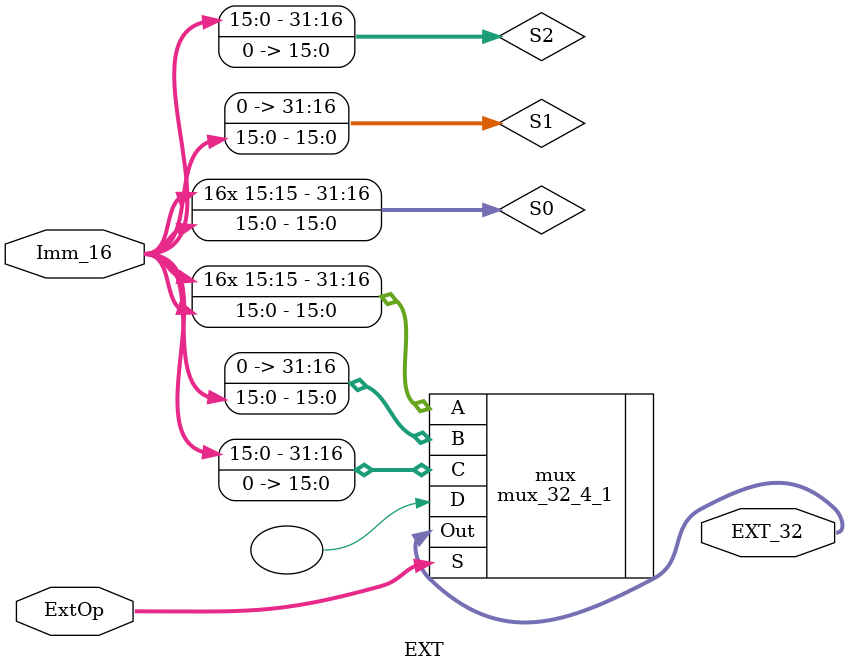
<source format=v>
`timescale 1ns / 1ps
`include "MUX.v"
module EXT(
    input [15:0] Imm_16,
	 input [1:0] ExtOp,
    output [31:0] EXT_32  
    );
	wire [31:0] S0,S1,S2;
	assign S0={{16{Imm_16[15]}},Imm_16}; //·ûºÅÀ©Õ¹
	assign S1={16'h0000,Imm_16};//ÎÞ·ûºÅÀ©Õ¹
	assign S2={Imm_16,16'h0000}; //luiÀ©Õ¹
	mux_32_4_1 mux(.A(S0),.B(S1),.C(S2),.D(),.S(ExtOp),.Out(EXT_32));
endmodule

</source>
